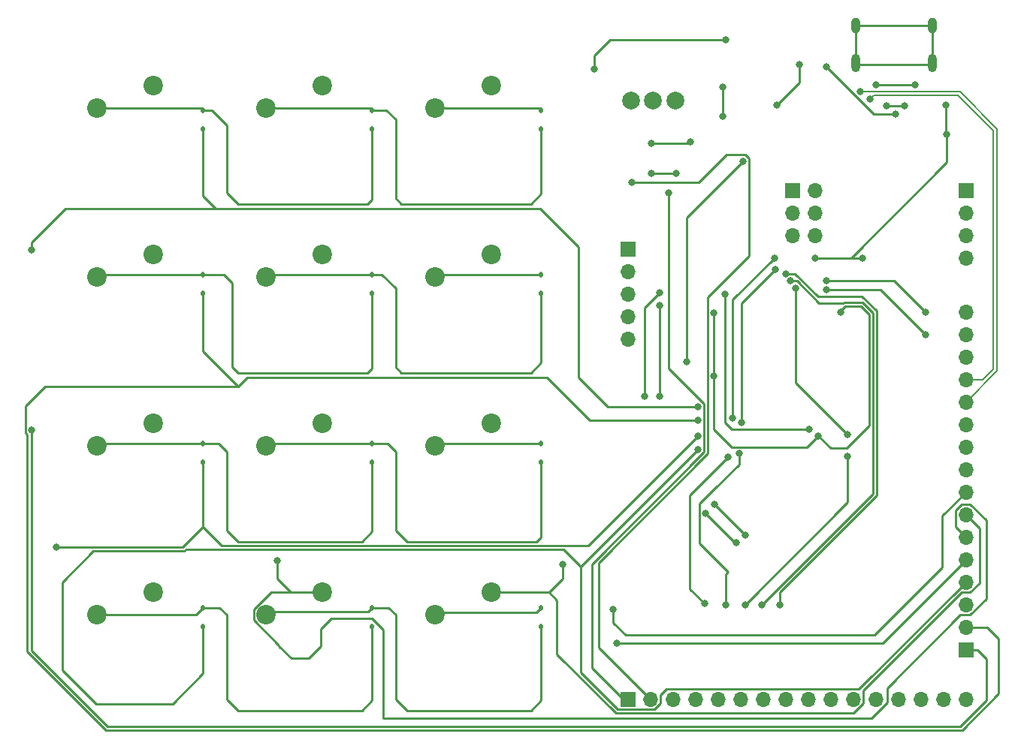
<source format=gbr>
%TF.GenerationSoftware,KiCad,Pcbnew,7.0.6-7.0.6~ubuntu20.04.1*%
%TF.CreationDate,2023-09-11T17:25:35+08:00*%
%TF.ProjectId,pro72,70726f37-322e-46b6-9963-61645f706362,rev?*%
%TF.SameCoordinates,Original*%
%TF.FileFunction,Copper,L2,Bot*%
%TF.FilePolarity,Positive*%
%FSLAX46Y46*%
G04 Gerber Fmt 4.6, Leading zero omitted, Abs format (unit mm)*
G04 Created by KiCad (PCBNEW 7.0.6-7.0.6~ubuntu20.04.1) date 2023-09-11 17:25:35*
%MOMM*%
%LPD*%
G01*
G04 APERTURE LIST*
G04 Aperture macros list*
%AMRoundRect*
0 Rectangle with rounded corners*
0 $1 Rounding radius*
0 $2 $3 $4 $5 $6 $7 $8 $9 X,Y pos of 4 corners*
0 Add a 4 corners polygon primitive as box body*
4,1,4,$2,$3,$4,$5,$6,$7,$8,$9,$2,$3,0*
0 Add four circle primitives for the rounded corners*
1,1,$1+$1,$2,$3*
1,1,$1+$1,$4,$5*
1,1,$1+$1,$6,$7*
1,1,$1+$1,$8,$9*
0 Add four rect primitives between the rounded corners*
20,1,$1+$1,$2,$3,$4,$5,0*
20,1,$1+$1,$4,$5,$6,$7,0*
20,1,$1+$1,$6,$7,$8,$9,0*
20,1,$1+$1,$8,$9,$2,$3,0*%
G04 Aperture macros list end*
%TA.AperFunction,ComponentPad*%
%ADD10C,2.200000*%
%TD*%
%TA.AperFunction,ComponentPad*%
%ADD11R,1.700000X1.700000*%
%TD*%
%TA.AperFunction,ComponentPad*%
%ADD12O,1.700000X1.700000*%
%TD*%
%TA.AperFunction,ComponentPad*%
%ADD13C,2.000000*%
%TD*%
%TA.AperFunction,ComponentPad*%
%ADD14O,1.000000X2.100000*%
%TD*%
%TA.AperFunction,ComponentPad*%
%ADD15O,1.000000X1.800000*%
%TD*%
%TA.AperFunction,SMDPad,CuDef*%
%ADD16RoundRect,0.112500X0.112500X-0.187500X0.112500X0.187500X-0.112500X0.187500X-0.112500X-0.187500X0*%
%TD*%
%TA.AperFunction,ViaPad*%
%ADD17C,0.800000*%
%TD*%
%TA.AperFunction,Conductor*%
%ADD18C,0.250000*%
%TD*%
%TA.AperFunction,Conductor*%
%ADD19C,0.200000*%
%TD*%
G04 APERTURE END LIST*
D10*
%TO.P,SWK12,1,1*%
%TO.N,COL2*%
X167005000Y-102235000D03*
%TO.P,SWK12,2,2*%
%TO.N,Net-(D12-A)*%
X160655000Y-104775000D03*
%TD*%
%TO.P,SWK8,1,1*%
%TO.N,COL1*%
X147955000Y-83185000D03*
%TO.P,SWK8,2,2*%
%TO.N,Net-(D8-A)*%
X141605000Y-85725000D03*
%TD*%
%TO.P,SWKK10,1,1*%
%TO.N,COL0*%
X128905000Y-102235000D03*
%TO.P,SWKK10,2,2*%
%TO.N,Net-(D10-A)*%
X122555000Y-104775000D03*
%TD*%
D11*
%TO.P,J5,1,Pin_1*%
%TO.N,ROW0*%
X220472000Y-108712000D03*
D12*
%TO.P,J5,2,Pin_2*%
%TO.N,ROW1*%
X220472000Y-106172000D03*
%TO.P,J5,3,Pin_3*%
%TO.N,ROW2*%
X220472000Y-103632000D03*
%TO.P,J5,4,Pin_4*%
%TO.N,ROW3*%
X220472000Y-101092000D03*
%TO.P,J5,5,Pin_5*%
%TO.N,COL0*%
X220472000Y-98552000D03*
%TO.P,J5,6,Pin_6*%
%TO.N,COL1*%
X220472000Y-96012000D03*
%TO.P,J5,7,Pin_7*%
%TO.N,COL2*%
X220472000Y-93472000D03*
%TO.P,J5,8,Pin_8*%
%TO.N,/pa7*%
X220472000Y-90932000D03*
%TO.P,J5,9,Pin_9*%
%TO.N,/pa8*%
X220472000Y-88392000D03*
%TO.P,J5,10,Pin_10*%
%TO.N,/pa9*%
X220472000Y-85852000D03*
%TO.P,J5,11,Pin_11*%
%TO.N,/pa10*%
X220472000Y-83312000D03*
%TO.P,J5,12,Pin_12*%
%TO.N,USB-D+*%
X220472000Y-80772000D03*
%TO.P,J5,13,Pin_13*%
%TO.N,USB-D-*%
X220472000Y-78232000D03*
%TO.P,J5,14,Pin_14*%
%TO.N,/pa13*%
X220472000Y-75692000D03*
%TO.P,J5,15,Pin_15*%
%TO.N,usart2_tx*%
X220472000Y-73152000D03*
%TO.P,J5,16,Pin_16*%
%TO.N,usart2_rx*%
X220472000Y-70612000D03*
%TD*%
D10*
%TO.P,SWK2,1,1*%
%TO.N,COL1*%
X147955000Y-45085000D03*
%TO.P,SWK2,2,2*%
%TO.N,Net-(D2-A)*%
X141605000Y-47625000D03*
%TD*%
D13*
%TO.P,SW1,1*%
%TO.N,N/C*%
X182700000Y-46800000D03*
%TO.P,SW1,2*%
X185200000Y-46800000D03*
%TO.P,SW1,3*%
X187700000Y-46800000D03*
%TD*%
D11*
%TO.P,J1,1,Pin_1*%
%TO.N,+3V3*%
X200914000Y-56904000D03*
D12*
%TO.P,J1,2,Pin_2*%
X203454000Y-56904000D03*
%TO.P,J1,3,Pin_3*%
%TO.N,Net-(J1-Pin_3)*%
X200914000Y-59444000D03*
%TO.P,J1,4,Pin_4*%
%TO.N,Net-(J1-Pin_4)*%
X203454000Y-59444000D03*
%TO.P,J1,5,Pin_5*%
%TO.N,GND*%
X200914000Y-61984000D03*
%TO.P,J1,6,Pin_6*%
X203454000Y-61984000D03*
%TD*%
D10*
%TO.P,SWK6,1,1*%
%TO.N,COL2*%
X167005000Y-64135000D03*
%TO.P,SWK6,2,2*%
%TO.N,Net-(D6-A)*%
X160655000Y-66675000D03*
%TD*%
%TO.P,SWK5,1,1*%
%TO.N,COL1*%
X147955000Y-64135000D03*
%TO.P,SWK5,2,2*%
%TO.N,Net-(D5-A)*%
X141605000Y-66675000D03*
%TD*%
%TO.P,SWK3,1,1*%
%TO.N,COL2*%
X167005000Y-45085000D03*
%TO.P,SWK3,2,2*%
%TO.N,Net-(D3-A)*%
X160655000Y-47625000D03*
%TD*%
D14*
%TO.P,J2,S1,SHIELD*%
%TO.N,GND*%
X216690000Y-42500000D03*
D15*
X216690000Y-38300000D03*
D14*
X208050000Y-42500000D03*
D15*
X208050000Y-38300000D03*
%TD*%
D10*
%TO.P,SWK11,1,1*%
%TO.N,COL1*%
X147955000Y-102235000D03*
%TO.P,SWK11,2,2*%
%TO.N,Net-(D11-A)*%
X141605000Y-104775000D03*
%TD*%
%TO.P,SWK7,1,1*%
%TO.N,COL0*%
X128905000Y-83185000D03*
%TO.P,SWK7,2,2*%
%TO.N,Net-(D7-A)*%
X122555000Y-85725000D03*
%TD*%
%TO.P,SWK1,1,1*%
%TO.N,COL0*%
X128905000Y-45085000D03*
%TO.P,SWK1,2,2*%
%TO.N,Net-(D1-A)*%
X122555000Y-47625000D03*
%TD*%
D11*
%TO.P,J3,1,Pin_1*%
%TO.N,+3V3*%
X220472000Y-56896000D03*
D12*
%TO.P,J3,2,Pin_2*%
%TO.N,usart2_tx*%
X220472000Y-59436000D03*
%TO.P,J3,3,Pin_3*%
%TO.N,usart2_rx*%
X220472000Y-61976000D03*
%TO.P,J3,4,Pin_4*%
%TO.N,GND*%
X220472000Y-64516000D03*
%TD*%
D10*
%TO.P,SWK9,1,1*%
%TO.N,COL2*%
X167005000Y-83185000D03*
%TO.P,SWK9,2,2*%
%TO.N,Net-(D9-A)*%
X160655000Y-85725000D03*
%TD*%
D11*
%TO.P,J4,1,Pin_1*%
%TO.N,ROTB*%
X182372000Y-114300000D03*
D12*
%TO.P,J4,2,Pin_2*%
%TO.N,ROTA*%
X184912000Y-114300000D03*
%TO.P,J4,3,Pin_3*%
%TO.N,/pb2*%
X187452000Y-114300000D03*
%TO.P,J4,4,Pin_4*%
%TO.N,/pb3*%
X189992000Y-114300000D03*
%TO.P,J4,5,Pin_5*%
%TO.N,/pb4*%
X192532000Y-114300000D03*
%TO.P,J4,6,Pin_6*%
%TO.N,/pb5*%
X195072000Y-114300000D03*
%TO.P,J4,7,Pin_7*%
%TO.N,/pb6*%
X197612000Y-114300000D03*
%TO.P,J4,8,Pin_8*%
%TO.N,/pb7*%
X200152000Y-114300000D03*
%TO.P,J4,9,Pin_9*%
%TO.N,/pb8*%
X202692000Y-114300000D03*
%TO.P,J4,10,Pin_10*%
%TO.N,/pb9*%
X205232000Y-114300000D03*
%TO.P,J4,11,Pin_11*%
%TO.N,/pb10*%
X207772000Y-114300000D03*
%TO.P,J4,12,Pin_12*%
%TO.N,/pb11*%
X210312000Y-114300000D03*
%TO.P,J4,13,Pin_13*%
%TO.N,/pb12*%
X212852000Y-114300000D03*
%TO.P,J4,14,Pin_14*%
%TO.N,/pb13*%
X215392000Y-114300000D03*
%TO.P,J4,15,Pin_15*%
%TO.N,/pb14*%
X217932000Y-114300000D03*
%TO.P,J4,16,Pin_16*%
%TO.N,/pb15*%
X220472000Y-114300000D03*
%TD*%
D11*
%TO.P,J6,1,Pin_1*%
%TO.N,/pf0*%
X182372000Y-63500000D03*
D12*
%TO.P,J6,2,Pin_2*%
%TO.N,/pf1*%
X182372000Y-66040000D03*
%TO.P,J6,3,Pin_3*%
%TO.N,/pc13*%
X182372000Y-68580000D03*
%TO.P,J6,4,Pin_4*%
%TO.N,/pc14*%
X182372000Y-71120000D03*
%TO.P,J6,5,Pin_5*%
%TO.N,/pc15*%
X182372000Y-73660000D03*
%TD*%
D10*
%TO.P,SWK4,1,1*%
%TO.N,COL0*%
X128905000Y-64135000D03*
%TO.P,SWK4,2,2*%
%TO.N,Net-(D4-A)*%
X122555000Y-66675000D03*
%TD*%
D16*
%TO.P,D1,1,K*%
%TO.N,ROW0*%
X134493000Y-49945000D03*
%TO.P,D1,2,A*%
%TO.N,Net-(D1-A)*%
X134493000Y-47845000D03*
%TD*%
%TO.P,D8,1,K*%
%TO.N,Net-(D7-A)*%
X153543000Y-87537000D03*
%TO.P,D8,2,A*%
%TO.N,Net-(D8-A)*%
X153543000Y-85437000D03*
%TD*%
%TO.P,D4,1,K*%
%TO.N,ROW1*%
X134493000Y-68487000D03*
%TO.P,D4,2,A*%
%TO.N,Net-(D4-A)*%
X134493000Y-66387000D03*
%TD*%
%TO.P,D12,1,K*%
%TO.N,Net-(D11-A)*%
X172593000Y-106079000D03*
%TO.P,D12,2,A*%
%TO.N,Net-(D12-A)*%
X172593000Y-103979000D03*
%TD*%
%TO.P,D5,1,K*%
%TO.N,Net-(D4-A)*%
X153543000Y-68487000D03*
%TO.P,D5,2,A*%
%TO.N,Net-(D5-A)*%
X153543000Y-66387000D03*
%TD*%
%TO.P,D11,1,K*%
%TO.N,Net-(D10-A)*%
X153543000Y-106079000D03*
%TO.P,D11,2,A*%
%TO.N,Net-(D11-A)*%
X153543000Y-103979000D03*
%TD*%
%TO.P,D6,1,K*%
%TO.N,Net-(D5-A)*%
X172593000Y-68487000D03*
%TO.P,D6,2,A*%
%TO.N,Net-(D6-A)*%
X172593000Y-66387000D03*
%TD*%
%TO.P,D7,1,K*%
%TO.N,ROW2*%
X134493000Y-87537000D03*
%TO.P,D7,2,A*%
%TO.N,Net-(D7-A)*%
X134493000Y-85437000D03*
%TD*%
%TO.P,D9,1,K*%
%TO.N,Net-(D8-A)*%
X172593000Y-87537000D03*
%TO.P,D9,2,A*%
%TO.N,Net-(D9-A)*%
X172593000Y-85437000D03*
%TD*%
%TO.P,D3,1,K*%
%TO.N,Net-(D2-A)*%
X172593000Y-49945000D03*
%TO.P,D3,2,A*%
%TO.N,Net-(D3-A)*%
X172593000Y-47845000D03*
%TD*%
%TO.P,D2,1,K*%
%TO.N,Net-(D1-A)*%
X153543000Y-49945000D03*
%TO.P,D2,2,A*%
%TO.N,Net-(D2-A)*%
X153543000Y-47845000D03*
%TD*%
%TO.P,D10,1,K*%
%TO.N,ROW3*%
X134493000Y-106079000D03*
%TO.P,D10,2,A*%
%TO.N,Net-(D10-A)*%
X134493000Y-103979000D03*
%TD*%
D17*
%TO.N,ROTA*%
X182800000Y-56000000D03*
%TO.N,GND*%
X201676000Y-42672000D03*
X185000000Y-51600000D03*
X199136000Y-47244000D03*
X218236800Y-47294800D03*
X218287600Y-50596800D03*
X193294000Y-68637500D03*
X208788000Y-64516000D03*
X203454000Y-64516000D03*
X202819000Y-83820000D03*
X189400000Y-51400000D03*
%TO.N,ROTB*%
X186944000Y-57200000D03*
%TO.N,/nRST*%
X188976000Y-76200000D03*
X195326000Y-53594000D03*
%TO.N,+5V*%
X214764000Y-44958000D03*
X210312000Y-44958000D03*
%TO.N,+3V3*%
X203835000Y-84582000D03*
X192085500Y-70739000D03*
X192085500Y-77851000D03*
X185000000Y-55000000D03*
X206375000Y-70612000D03*
X193040000Y-45212000D03*
X193040000Y-48514000D03*
X187800000Y-55000000D03*
%TO.N,ROW0*%
X115189000Y-63627000D03*
X115189000Y-83947000D03*
X190246000Y-81280000D03*
%TO.N,ROW1*%
X190246000Y-82804000D03*
%TO.N,ROW2*%
X190246000Y-84582000D03*
X117983000Y-97155000D03*
%TO.N,ROW3*%
X190246000Y-86106000D03*
%TO.N,/pc13*%
X193400000Y-39878000D03*
X178562000Y-43180000D03*
%TO.N,usart2_tx*%
X204724000Y-68072000D03*
X215900000Y-73152000D03*
%TO.N,usart2_rx*%
X215900000Y-70612000D03*
X204724000Y-67056000D03*
%TO.N,/pb3*%
X198882000Y-64516000D03*
X194183000Y-82550000D03*
X191008000Y-103505000D03*
X193675000Y-86995000D03*
%TO.N,/pb4*%
X193421000Y-103632000D03*
X199004868Y-65781868D03*
X195199000Y-83058000D03*
X194891343Y-86560343D03*
%TO.N,/pb5*%
X201238660Y-67923991D03*
X195580000Y-103632000D03*
X207137000Y-84455000D03*
X207137000Y-86868000D03*
%TO.N,/pb6*%
X200695330Y-67108995D03*
X197485000Y-103632000D03*
%TO.N,/pb7*%
X200152000Y-66294000D03*
X199517000Y-103632000D03*
%TO.N,/pb8*%
X185928000Y-68453000D03*
X194564000Y-96647000D03*
X191135000Y-93345000D03*
X184277000Y-80137000D03*
%TO.N,/pb9*%
X185928000Y-69850000D03*
X195580000Y-95758000D03*
X192151000Y-92329000D03*
X185928000Y-80137000D03*
%TO.N,COL0*%
X181102000Y-107950000D03*
%TO.N,COL1*%
X142875000Y-98679000D03*
%TO.N,COL2*%
X175006000Y-99060000D03*
%TO.N,/pa7*%
X180721000Y-104140000D03*
%TO.N,USB-D+*%
X208534000Y-45720000D03*
%TO.N,USB-D-*%
X209677000Y-46609000D03*
%TO.N,Net-(J2-D+-PadA6)*%
X212575000Y-48275000D03*
X204724000Y-42926000D03*
%TO.N,Net-(J2-D--PadA7)*%
X211500000Y-47325000D03*
X213550000Y-47325000D03*
%TD*%
D18*
%TO.N,ROTA*%
X179070000Y-108458000D02*
X184912000Y-114300000D01*
X191381000Y-86595112D02*
X179070000Y-98906112D01*
X191381000Y-68969000D02*
X191381000Y-86595112D01*
X179070000Y-98906112D02*
X179070000Y-108458000D01*
X196031000Y-53301979D02*
X196031000Y-64319000D01*
X193491000Y-52889000D02*
X195618021Y-52889000D01*
X196031000Y-64319000D02*
X191381000Y-68969000D01*
X195618021Y-52889000D02*
X196031000Y-53301979D01*
X190380000Y-56000000D02*
X193491000Y-52889000D01*
X182800000Y-56000000D02*
X190380000Y-56000000D01*
%TO.N,GND*%
X208050000Y-38300000D02*
X216690000Y-38300000D01*
X216510000Y-42680000D02*
X216690000Y-42500000D01*
X201676000Y-44704000D02*
X199136000Y-47244000D01*
X218236800Y-47294800D02*
X218236800Y-50546000D01*
X185000000Y-51600000D02*
X189200000Y-51600000D01*
X208044000Y-42834000D02*
X208044000Y-42534000D01*
X218287600Y-53746400D02*
X218287600Y-50596800D01*
X216684000Y-42440000D02*
X216684000Y-42834000D01*
X208788000Y-64516000D02*
X207518000Y-64516000D01*
X208050000Y-42500000D02*
X208050000Y-38300000D01*
X207518000Y-64516000D02*
X218287600Y-53746400D01*
X189200000Y-51600000D02*
X189400000Y-51400000D01*
X194056000Y-83820000D02*
X193294000Y-83058000D01*
X208230000Y-42680000D02*
X216510000Y-42680000D01*
X218236800Y-50546000D02*
X218287600Y-50596800D01*
X216690000Y-42500000D02*
X216690000Y-38300000D01*
X193294000Y-83058000D02*
X193294000Y-68637500D01*
X201676000Y-42672000D02*
X201676000Y-44704000D01*
X207518000Y-64516000D02*
X203454000Y-64516000D01*
X202819000Y-83820000D02*
X194056000Y-83820000D01*
X208050000Y-42500000D02*
X208230000Y-42680000D01*
%TO.N,ROTB*%
X190951000Y-80987979D02*
X190951000Y-86417000D01*
X186944000Y-57200000D02*
X186944000Y-76980979D01*
X181864000Y-114300000D02*
X182372000Y-114300000D01*
X178308000Y-99060000D02*
X178308000Y-110744000D01*
X186944000Y-76980979D02*
X190951000Y-80987979D01*
X190951000Y-86417000D02*
X178308000Y-99060000D01*
X178308000Y-110744000D02*
X181864000Y-114300000D01*
%TO.N,/nRST*%
X188976000Y-59944000D02*
X188976000Y-76200000D01*
X195326000Y-53594000D02*
X188976000Y-59944000D01*
%TO.N,+5V*%
X213531500Y-44958000D02*
X210312000Y-44958000D01*
X214764000Y-44958000D02*
X213531500Y-44958000D01*
%TO.N,+3V3*%
X206375000Y-70485000D02*
X206375000Y-70612000D01*
X203835000Y-84582000D02*
X205232000Y-85979000D01*
X206883000Y-69977000D02*
X206375000Y-70485000D01*
X203835000Y-84582000D02*
X202565000Y-85852000D01*
X192085500Y-77851000D02*
X192085500Y-70739000D01*
X194056000Y-85852000D02*
X192024000Y-83820000D01*
X209550000Y-70866000D02*
X208661000Y-69977000D01*
X209550000Y-83439000D02*
X209550000Y-70866000D01*
X205232000Y-85979000D02*
X207010000Y-85979000D01*
X208661000Y-69977000D02*
X206883000Y-69977000D01*
X202565000Y-85852000D02*
X194056000Y-85852000D01*
X193040000Y-48514000D02*
X193040000Y-45212000D01*
X207010000Y-85979000D02*
X209550000Y-83439000D01*
X192024000Y-83820000D02*
X192024000Y-77851000D01*
X192024000Y-77851000D02*
X192085500Y-77851000D01*
X185000000Y-55000000D02*
X187800000Y-55000000D01*
%TO.N,ROW0*%
X123698000Y-117348000D02*
X115189000Y-108839000D01*
X115189000Y-63627000D02*
X115189000Y-62738000D01*
X222758000Y-114427000D02*
X219837000Y-117348000D01*
X176784000Y-63246000D02*
X172466000Y-58928000D01*
X134493000Y-57531000D02*
X134493000Y-49945000D01*
X190246000Y-81280000D02*
X180086000Y-81280000D01*
X176784000Y-77978000D02*
X176784000Y-63246000D01*
X172466000Y-58928000D02*
X135890000Y-58928000D01*
X118999000Y-58928000D02*
X135890000Y-58928000D01*
X115189000Y-108839000D02*
X115189000Y-83947000D01*
X221742000Y-108712000D02*
X222758000Y-109728000D01*
X180086000Y-81280000D02*
X176784000Y-77978000D01*
X219837000Y-117348000D02*
X123698000Y-117348000D01*
X115189000Y-62738000D02*
X118999000Y-58928000D01*
X220472000Y-108712000D02*
X221742000Y-108712000D01*
X222758000Y-109728000D02*
X222758000Y-114427000D01*
X135890000Y-58928000D02*
X134493000Y-57531000D01*
%TO.N,Net-(D1-A)*%
X137160000Y-49530000D02*
X135475000Y-47845000D01*
X153035000Y-58420000D02*
X138430000Y-58420000D01*
X138430000Y-58420000D02*
X137160000Y-57150000D01*
X134273000Y-47625000D02*
X122555000Y-47625000D01*
X135475000Y-47845000D02*
X134493000Y-47845000D01*
X153543000Y-49945000D02*
X153543000Y-57912000D01*
X153543000Y-57912000D02*
X153035000Y-58420000D01*
X134493000Y-47845000D02*
X134273000Y-47625000D01*
X137160000Y-57150000D02*
X137160000Y-49530000D01*
%TO.N,Net-(D2-A)*%
X171450000Y-58420000D02*
X156845000Y-58420000D01*
X172593000Y-49945000D02*
X172593000Y-57277000D01*
X156210000Y-57785000D02*
X156210000Y-48895000D01*
X156210000Y-48895000D02*
X155160000Y-47845000D01*
X172593000Y-57277000D02*
X171450000Y-58420000D01*
X153323000Y-47625000D02*
X141605000Y-47625000D01*
X155160000Y-47845000D02*
X153543000Y-47845000D01*
X156845000Y-58420000D02*
X156210000Y-57785000D01*
X153543000Y-47845000D02*
X153323000Y-47625000D01*
%TO.N,Net-(D3-A)*%
X172593000Y-47845000D02*
X172373000Y-47625000D01*
X172373000Y-47625000D02*
X160655000Y-47625000D01*
%TO.N,ROW1*%
X220472000Y-106172000D02*
X222885000Y-106172000D01*
X224155000Y-107442000D02*
X224155000Y-113665000D01*
X138430000Y-78994000D02*
X134493000Y-75057000D01*
X222885000Y-106172000D02*
X224155000Y-107442000D01*
X114484000Y-84239021D02*
X114484000Y-81223000D01*
X123519888Y-117778000D02*
X114681000Y-108939112D01*
X178054000Y-82804000D02*
X173228000Y-77978000D01*
X139446000Y-77978000D02*
X138430000Y-78994000D01*
X114484000Y-81223000D02*
X116713000Y-78994000D01*
X116713000Y-78994000D02*
X138430000Y-78994000D01*
X220042000Y-117778000D02*
X123519888Y-117778000D01*
X224155000Y-113665000D02*
X220042000Y-117778000D01*
X114681000Y-84436021D02*
X114484000Y-84239021D01*
X173228000Y-77978000D02*
X139446000Y-77978000D01*
X134493000Y-75057000D02*
X134493000Y-68487000D01*
X114681000Y-108939112D02*
X114681000Y-84436021D01*
X190246000Y-82804000D02*
X178054000Y-82804000D01*
%TO.N,Net-(D4-A)*%
X122830000Y-66400000D02*
X134480000Y-66400000D01*
X153543000Y-68487000D02*
X153543000Y-76962000D01*
X136872000Y-66387000D02*
X134493000Y-66387000D01*
X153035000Y-77470000D02*
X138430000Y-77470000D01*
X122555000Y-66675000D02*
X122830000Y-66400000D01*
X138430000Y-77470000D02*
X137795000Y-76835000D01*
X137795000Y-76835000D02*
X137795000Y-67310000D01*
X153543000Y-76962000D02*
X153035000Y-77470000D01*
X137795000Y-67310000D02*
X136872000Y-66387000D01*
X134480000Y-66400000D02*
X134493000Y-66387000D01*
%TO.N,Net-(D5-A)*%
X141890000Y-66390000D02*
X153540000Y-66390000D01*
X156210000Y-67945000D02*
X154652000Y-66387000D01*
X154652000Y-66387000D02*
X153543000Y-66387000D01*
X172593000Y-76327000D02*
X171450000Y-77470000D01*
X153540000Y-66390000D02*
X153543000Y-66387000D01*
X172593000Y-68487000D02*
X172593000Y-76327000D01*
X141605000Y-66675000D02*
X141890000Y-66390000D01*
X156845000Y-77470000D02*
X156210000Y-76835000D01*
X171450000Y-77470000D02*
X156845000Y-77470000D01*
X156210000Y-76835000D02*
X156210000Y-67945000D01*
%TO.N,Net-(D6-A)*%
X160940000Y-66390000D02*
X172590000Y-66390000D01*
X160655000Y-66675000D02*
X160940000Y-66390000D01*
X172590000Y-66390000D02*
X172593000Y-66387000D01*
%TO.N,ROW2*%
X117983000Y-97155000D02*
X132207000Y-97155000D01*
X190246000Y-84582000D02*
X177878000Y-96950000D01*
X136574000Y-96950000D02*
X134493000Y-94869000D01*
X132207000Y-97155000D02*
X134493000Y-94869000D01*
X177878000Y-96950000D02*
X136574000Y-96950000D01*
X134493000Y-94869000D02*
X134493000Y-87537000D01*
%TO.N,Net-(D7-A)*%
X137160000Y-86360000D02*
X136237000Y-85437000D01*
X134490000Y-85440000D02*
X134493000Y-85437000D01*
X137160000Y-95250000D02*
X137160000Y-86360000D01*
X122840000Y-85440000D02*
X134490000Y-85440000D01*
X153543000Y-87537000D02*
X153543000Y-95377000D01*
X152400000Y-96520000D02*
X138430000Y-96520000D01*
X153543000Y-95377000D02*
X152400000Y-96520000D01*
X136237000Y-85437000D02*
X134493000Y-85437000D01*
X138430000Y-96520000D02*
X137160000Y-95250000D01*
X122555000Y-85725000D02*
X122840000Y-85440000D01*
%TO.N,Net-(D8-A)*%
X157480000Y-96520000D02*
X156210000Y-95250000D01*
X156210000Y-95250000D02*
X156210000Y-86360000D01*
X155287000Y-85437000D02*
X153543000Y-85437000D01*
X141605000Y-85725000D02*
X141900000Y-85430000D01*
X172593000Y-87537000D02*
X172593000Y-96012000D01*
X172593000Y-96012000D02*
X172085000Y-96520000D01*
X172085000Y-96520000D02*
X157480000Y-96520000D01*
X156210000Y-86360000D02*
X155287000Y-85437000D01*
X153536000Y-85430000D02*
X153543000Y-85437000D01*
X141900000Y-85430000D02*
X153536000Y-85430000D01*
%TO.N,Net-(D9-A)*%
X160655000Y-85725000D02*
X160930000Y-85450000D01*
X172580000Y-85450000D02*
X172593000Y-85437000D01*
X160930000Y-85450000D02*
X172580000Y-85450000D01*
%TO.N,ROW3*%
X122428000Y-114808000D02*
X131064000Y-114808000D01*
X208419000Y-113145000D02*
X186743583Y-113145000D01*
X185390417Y-115455000D02*
X181217000Y-115455000D01*
X131064000Y-114808000D02*
X134493000Y-111379000D01*
X190246000Y-86106000D02*
X177038000Y-99314000D01*
X134493000Y-111379000D02*
X134493000Y-106079000D01*
X177038000Y-111276000D02*
X177038000Y-99314000D01*
X118618000Y-101092000D02*
X118618000Y-110998000D01*
X177038000Y-99314000D02*
X175104000Y-97380000D01*
X118618000Y-110998000D02*
X122428000Y-114808000D01*
X186067000Y-113821583D02*
X186067000Y-114778417D01*
X175104000Y-97380000D02*
X132590112Y-97380000D01*
X132590112Y-97380000D02*
X132385112Y-97585000D01*
X122125000Y-97585000D02*
X118618000Y-101092000D01*
X181217000Y-115455000D02*
X177038000Y-111276000D01*
X132385112Y-97585000D02*
X122125000Y-97585000D01*
X186743583Y-113145000D02*
X186067000Y-113821583D01*
X220472000Y-101092000D02*
X208419000Y-113145000D01*
X186067000Y-114778417D02*
X185390417Y-115455000D01*
%TO.N,Net-(D10-A)*%
X133697000Y-104775000D02*
X134493000Y-103979000D01*
X153543000Y-114427000D02*
X152400000Y-115570000D01*
X137160000Y-114300000D02*
X137160000Y-104775000D01*
X137160000Y-104775000D02*
X136364000Y-103979000D01*
X136364000Y-103979000D02*
X134493000Y-103979000D01*
X122555000Y-104775000D02*
X133697000Y-104775000D01*
X138430000Y-115570000D02*
X137160000Y-114300000D01*
X152400000Y-115570000D02*
X138430000Y-115570000D01*
X153543000Y-106079000D02*
X153543000Y-114427000D01*
%TO.N,Net-(D11-A)*%
X141605000Y-104775000D02*
X141950000Y-104430000D01*
X172593000Y-106079000D02*
X172593000Y-114427000D01*
X156210000Y-114300000D02*
X156210000Y-104775000D01*
X141950000Y-104430000D02*
X153092000Y-104430000D01*
X157480000Y-115570000D02*
X156210000Y-114300000D01*
X153092000Y-104430000D02*
X153543000Y-103979000D01*
X156210000Y-104775000D02*
X155414000Y-103979000D01*
X172593000Y-114427000D02*
X171450000Y-115570000D01*
X171450000Y-115570000D02*
X157480000Y-115570000D01*
X155414000Y-103979000D02*
X153543000Y-103979000D01*
%TO.N,Net-(D12-A)*%
X172092000Y-104480000D02*
X160950000Y-104480000D01*
X172593000Y-103979000D02*
X172092000Y-104480000D01*
X160950000Y-104480000D02*
X160655000Y-104775000D01*
%TO.N,/pc13*%
X180340000Y-39878000D02*
X178562000Y-41656000D01*
X193400000Y-39878000D02*
X180340000Y-39878000D01*
X178562000Y-41656000D02*
X178562000Y-43180000D01*
%TO.N,usart2_tx*%
X204724000Y-68072000D02*
X210820000Y-68072000D01*
X210820000Y-68072000D02*
X215900000Y-73152000D01*
%TO.N,usart2_rx*%
X212344000Y-67056000D02*
X204724000Y-67056000D01*
X215900000Y-70612000D02*
X212344000Y-67056000D01*
%TO.N,/pb3*%
X189357000Y-91821000D02*
X189357000Y-91313000D01*
X194183000Y-81091938D02*
X194183000Y-82550000D01*
X191008000Y-103505000D02*
X189357000Y-101854000D01*
X189357000Y-91313000D02*
X193675000Y-86995000D01*
X189357000Y-101854000D02*
X189357000Y-91821000D01*
X194183000Y-69215000D02*
X198882000Y-64516000D01*
X194183000Y-81091938D02*
X194183000Y-69215000D01*
%TO.N,/pb4*%
X190430000Y-92272000D02*
X190430000Y-96704000D01*
X193675000Y-99949000D02*
X193421000Y-100203000D01*
X199004868Y-65781868D02*
X195199000Y-69587737D01*
X195199000Y-69587737D02*
X195199000Y-83058000D01*
X192151000Y-90551000D02*
X194891343Y-87810657D01*
X192151000Y-90551000D02*
X190430000Y-92272000D01*
X190430000Y-96704000D02*
X193675000Y-99949000D01*
X194891343Y-87810657D02*
X194891343Y-86560343D01*
X193421000Y-100203000D02*
X193421000Y-103632000D01*
%TO.N,/pb5*%
X201238660Y-78556660D02*
X207137000Y-84455000D01*
X201238660Y-67923991D02*
X201238660Y-78556660D01*
X207137000Y-92075000D02*
X195580000Y-103632000D01*
X207137000Y-86868000D02*
X207137000Y-92075000D01*
%TO.N,/pb6*%
X203907690Y-69596000D02*
X206655888Y-69596000D01*
X209980000Y-91137000D02*
X197485000Y-103632000D01*
X206704888Y-69547000D02*
X208839112Y-69547000D01*
X209980000Y-70687888D02*
X209980000Y-91137000D01*
X206655888Y-69596000D02*
X206704888Y-69547000D01*
X208839112Y-69547000D02*
X209980000Y-70687888D01*
X200695330Y-67108995D02*
X201420685Y-67108995D01*
X201420685Y-67108995D02*
X203907690Y-69596000D01*
%TO.N,/pb7*%
X208763224Y-68863000D02*
X210410000Y-70509776D01*
X201213802Y-66294000D02*
X203782802Y-68863000D01*
X200152000Y-66294000D02*
X201213802Y-66294000D01*
X210410000Y-70509776D02*
X210410000Y-91315112D01*
X203782802Y-68863000D02*
X208763224Y-68863000D01*
X199517000Y-102208112D02*
X199517000Y-103632000D01*
X210410000Y-91315112D02*
X199517000Y-102208112D01*
%TO.N,/pb8*%
X194437000Y-96647000D02*
X194564000Y-96647000D01*
X184277000Y-70104000D02*
X184277000Y-80137000D01*
X185928000Y-68453000D02*
X184277000Y-70104000D01*
X191135000Y-93345000D02*
X194437000Y-96647000D01*
%TO.N,/pb9*%
X185928000Y-69850000D02*
X185928000Y-80137000D01*
X192151000Y-92329000D02*
X195580000Y-95758000D01*
%TO.N,COL0*%
X211074000Y-107950000D02*
X181102000Y-107950000D01*
X220472000Y-98552000D02*
X211074000Y-107950000D01*
%TO.N,COL1*%
X211582000Y-113030000D02*
X211582000Y-114663417D01*
X147790000Y-108298757D02*
X146398757Y-109690000D01*
X142875000Y-100711000D02*
X144399000Y-102235000D01*
X154813000Y-106458566D02*
X153559434Y-105205000D01*
X220950417Y-92317000D02*
X222758000Y-94124583D01*
X211582000Y-114663417D02*
X209786417Y-116459000D01*
X219317000Y-92993583D02*
X219993583Y-92317000D01*
X143040000Y-108298757D02*
X143040000Y-108196971D01*
X140200000Y-105356971D02*
X140200000Y-104193029D01*
X143040000Y-108196971D02*
X140200000Y-105356971D01*
X220950417Y-104787000D02*
X219825000Y-104787000D01*
X140200000Y-104193029D02*
X142158029Y-102235000D01*
X144431243Y-109690000D02*
X143040000Y-108298757D01*
X222758000Y-102979417D02*
X220950417Y-104787000D01*
X142158029Y-102235000D02*
X144399000Y-102235000D01*
X147790000Y-106331243D02*
X147790000Y-108298757D01*
X219993583Y-92317000D02*
X220950417Y-92317000D01*
X154813000Y-116459000D02*
X154813000Y-106458566D01*
X222758000Y-94124583D02*
X222758000Y-102979417D01*
X148916243Y-105205000D02*
X147790000Y-106331243D01*
X219825000Y-104787000D02*
X211582000Y-113030000D01*
X153559434Y-105205000D02*
X148916243Y-105205000D01*
X219317000Y-94857000D02*
X219317000Y-92993583D01*
X142875000Y-98679000D02*
X142875000Y-100711000D01*
X209786417Y-116459000D02*
X154813000Y-116459000D01*
X220472000Y-96012000D02*
X219317000Y-94857000D01*
X144399000Y-102235000D02*
X147955000Y-102235000D01*
X146398757Y-109690000D02*
X144431243Y-109690000D01*
%TO.N,COL2*%
X208927000Y-114778417D02*
X207820417Y-115885000D01*
X219993583Y-102247000D02*
X208927000Y-113313583D01*
X220472000Y-93472000D02*
X221996000Y-94996000D01*
X174371000Y-103124000D02*
X173482000Y-102235000D01*
X220950417Y-102247000D02*
X219993583Y-102247000D01*
X175006000Y-100711000D02*
X173482000Y-102235000D01*
X173482000Y-102235000D02*
X171739434Y-102235000D01*
X221996000Y-101201417D02*
X220950417Y-102247000D01*
X208927000Y-113313583D02*
X208927000Y-114778417D01*
X175006000Y-99060000D02*
X175006000Y-100711000D01*
X181038888Y-115885000D02*
X174371000Y-109217112D01*
X221996000Y-94996000D02*
X221996000Y-101201417D01*
X207820417Y-115885000D02*
X181038888Y-115885000D01*
X171739434Y-102235000D02*
X167005000Y-102235000D01*
X174371000Y-109217112D02*
X174371000Y-103124000D01*
%TO.N,/pa7*%
X217805000Y-99441000D02*
X217805000Y-93599000D01*
X180721000Y-104140000D02*
X180721000Y-105664000D01*
X217805000Y-93599000D02*
X220472000Y-90932000D01*
X210185000Y-107061000D02*
X217805000Y-99441000D01*
X182118000Y-107061000D02*
X210185000Y-107061000D01*
X180721000Y-105664000D02*
X182118000Y-107061000D01*
D19*
%TO.N,USB-D+*%
X219774200Y-45720000D02*
X223999000Y-49944800D01*
X223999000Y-77245000D02*
X220472000Y-80772000D01*
X223999000Y-49944800D02*
X223999000Y-77245000D01*
X208534000Y-45720000D02*
X219774200Y-45720000D01*
%TO.N,USB-D-*%
X223549000Y-77058603D02*
X222375603Y-78232000D01*
X223549000Y-50131200D02*
X223549000Y-77058603D01*
X222375603Y-78232000D02*
X220472000Y-78232000D01*
X219587801Y-46170001D02*
X223549000Y-50131200D01*
X209677000Y-46609000D02*
X210115999Y-46170001D01*
X210115999Y-46170001D02*
X219587801Y-46170001D01*
D18*
%TO.N,Net-(J2-D+-PadA6)*%
X210073000Y-48275000D02*
X204724000Y-42926000D01*
X212575000Y-48275000D02*
X210073000Y-48275000D01*
%TO.N,Net-(J2-D--PadA7)*%
X213550000Y-47325000D02*
X211500000Y-47325000D01*
%TD*%
M02*

</source>
